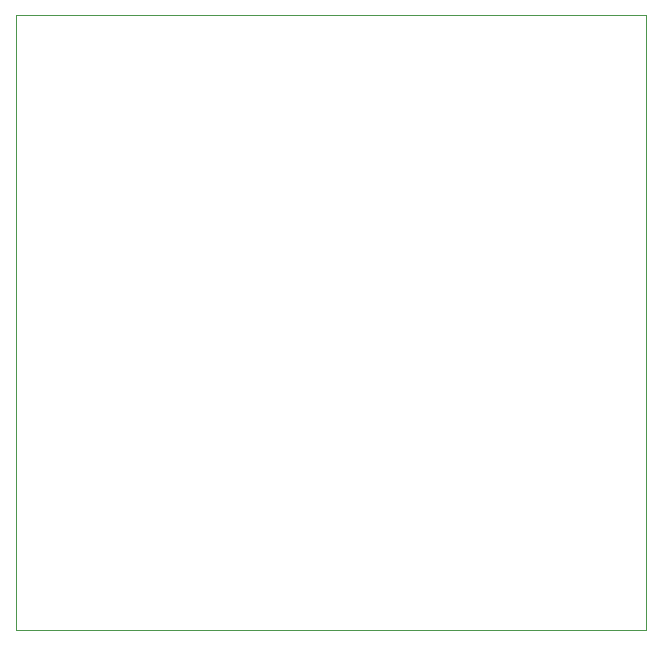
<source format=gm1>
G04 #@! TF.GenerationSoftware,KiCad,Pcbnew,5.1.6-c6e7f7d~87~ubuntu18.04.1*
G04 #@! TF.CreationDate,2020-08-20T21:19:03-03:00*
G04 #@! TF.ProjectId,dram-tester,6472616d-2d74-4657-9374-65722e6b6963,rev?*
G04 #@! TF.SameCoordinates,Original*
G04 #@! TF.FileFunction,Profile,NP*
%FSLAX46Y46*%
G04 Gerber Fmt 4.6, Leading zero omitted, Abs format (unit mm)*
G04 Created by KiCad (PCBNEW 5.1.6-c6e7f7d~87~ubuntu18.04.1) date 2020-08-20 21:19:03*
%MOMM*%
%LPD*%
G01*
G04 APERTURE LIST*
G04 #@! TA.AperFunction,Profile*
%ADD10C,0.050000*%
G04 #@! TD*
G04 APERTURE END LIST*
D10*
X127000000Y-35560000D02*
X180340000Y-35560000D01*
X127000000Y-87630000D02*
X127000000Y-35560000D01*
X180340000Y-87630000D02*
X127000000Y-87630000D01*
X180340000Y-35560000D02*
X180340000Y-87630000D01*
M02*

</source>
